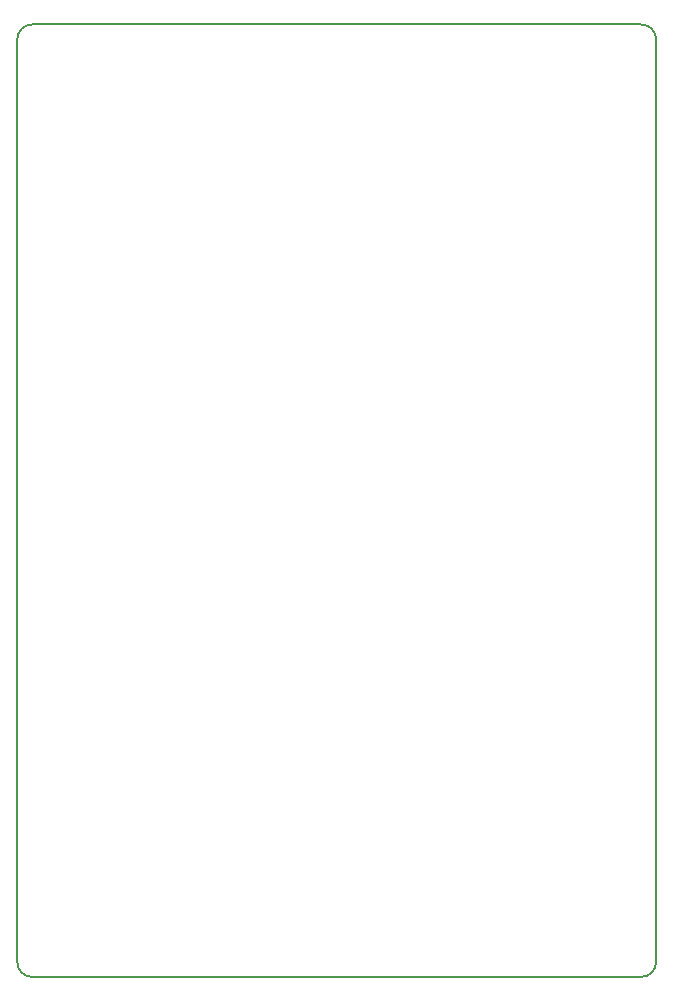
<source format=gbr>
G04 #@! TF.GenerationSoftware,KiCad,Pcbnew,(5.0.1)-4*
G04 #@! TF.CreationDate,2019-05-18T18:43:15-06:00*
G04 #@! TF.ProjectId,Brakelight_Shutdown_BSPD,4272616B656C696768745F5368757464,rev?*
G04 #@! TF.SameCoordinates,Original*
G04 #@! TF.FileFunction,Profile,NP*
%FSLAX46Y46*%
G04 Gerber Fmt 4.6, Leading zero omitted, Abs format (unit mm)*
G04 Created by KiCad (PCBNEW (5.0.1)-4) date 5/18/2019 6:43:15 PM*
%MOMM*%
%LPD*%
G01*
G04 APERTURE LIST*
%ADD10C,0.200000*%
G04 APERTURE END LIST*
D10*
X214630000Y-126365000D02*
G75*
G02X213360000Y-127635000I-1270000J0D01*
G01*
X161798000Y-46990000D02*
X213360000Y-46990000D01*
X160528000Y-126365000D02*
X160528000Y-48260000D01*
X213360000Y-46990000D02*
G75*
G02X214630000Y-48260000I0J-1270000D01*
G01*
X213360000Y-127635000D02*
X161798000Y-127635000D01*
X214630000Y-48260000D02*
X214630000Y-126365000D01*
X160528000Y-48260000D02*
G75*
G02X161798000Y-46990000I1270000J0D01*
G01*
X161798000Y-127635000D02*
G75*
G02X160528000Y-126365000I0J1270000D01*
G01*
M02*

</source>
